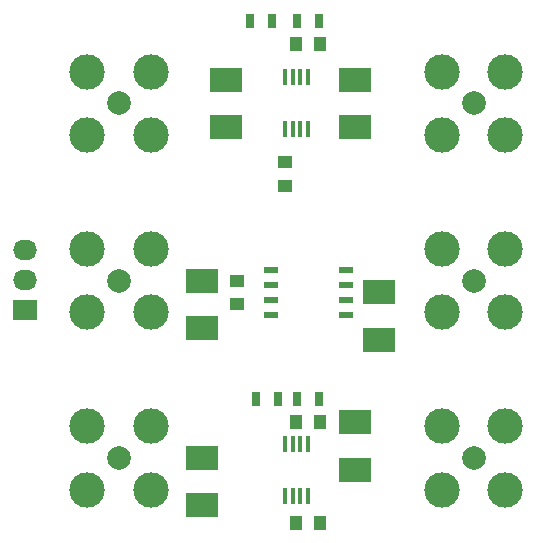
<source format=gts>
G04 #@! TF.FileFunction,Soldermask,Top*
%FSLAX46Y46*%
G04 Gerber Fmt 4.6, Leading zero omitted, Abs format (unit mm)*
G04 Created by KiCad (PCBNEW (2014-11-17 BZR 5289)-product) date Sat 29 Aug 2015 09:05:05 PM EDT*
%MOMM*%
G01*
G04 APERTURE LIST*
%ADD10C,0.100000*%
%ADD11R,2.794000X2.000000*%
%ADD12R,1.250000X1.000000*%
%ADD13R,1.000000X1.250000*%
%ADD14C,1.998980*%
%ADD15C,3.000000*%
%ADD16R,0.700000X1.300000*%
%ADD17R,0.450000X1.450000*%
%ADD18R,1.143000X0.508000*%
%ADD19R,2.032000X1.727200*%
%ADD20O,2.032000X1.727200*%
G04 APERTURE END LIST*
D10*
D11*
X162000000Y-91000000D03*
X162000000Y-87000000D03*
X160000000Y-119000000D03*
X160000000Y-123000000D03*
X160000000Y-104000000D03*
X160000000Y-108000000D03*
D12*
X163000000Y-104000000D03*
X163000000Y-106000000D03*
D13*
X170000000Y-84000000D03*
X168000000Y-84000000D03*
D12*
X167000000Y-94000000D03*
X167000000Y-96000000D03*
D11*
X175000000Y-105000000D03*
X175000000Y-109000000D03*
D13*
X168000000Y-124500000D03*
X170000000Y-124500000D03*
X170000000Y-116000000D03*
X168000000Y-116000000D03*
D11*
X173000000Y-87000000D03*
X173000000Y-91000000D03*
X173000000Y-116000000D03*
X173000000Y-120000000D03*
D14*
X153000000Y-119000000D03*
D15*
X150299980Y-116299980D03*
X150299980Y-121700020D03*
X155700020Y-121700020D03*
X155700020Y-116299980D03*
D14*
X153000000Y-89000000D03*
D15*
X150299980Y-86299980D03*
X150299980Y-91700020D03*
X155700020Y-91700020D03*
X155700020Y-86299980D03*
D14*
X153000000Y-104000000D03*
D15*
X150299980Y-101299980D03*
X150299980Y-106700020D03*
X155700020Y-106700020D03*
X155700020Y-101299980D03*
D14*
X183000000Y-89000000D03*
D15*
X185700020Y-91700020D03*
X185700020Y-86299980D03*
X180299980Y-86299980D03*
X180299980Y-91700020D03*
D14*
X183000000Y-119000000D03*
D15*
X185700020Y-121700020D03*
X185700020Y-116299980D03*
X180299980Y-116299980D03*
X180299980Y-121700020D03*
D14*
X183000000Y-104000000D03*
D15*
X185700020Y-106700020D03*
X185700020Y-101299980D03*
X180299980Y-101299980D03*
X180299980Y-106700020D03*
D16*
X169950000Y-82000000D03*
X168050000Y-82000000D03*
X165950000Y-82000000D03*
X164050000Y-82000000D03*
X169950000Y-114000000D03*
X168050000Y-114000000D03*
X166450000Y-114000000D03*
X164550000Y-114000000D03*
D17*
X168975000Y-86800000D03*
X168325000Y-86800000D03*
X167675000Y-86800000D03*
X167025000Y-86800000D03*
X167025000Y-91200000D03*
X167675000Y-91200000D03*
X168325000Y-91200000D03*
X168975000Y-91200000D03*
X168975000Y-117800000D03*
X168325000Y-117800000D03*
X167675000Y-117800000D03*
X167025000Y-117800000D03*
X167025000Y-122200000D03*
X167675000Y-122200000D03*
X168325000Y-122200000D03*
X168975000Y-122200000D03*
D18*
X172175000Y-103095000D03*
X172175000Y-104365000D03*
X172175000Y-105635000D03*
X172175000Y-106905000D03*
X165825000Y-106905000D03*
X165825000Y-105635000D03*
X165825000Y-104365000D03*
X165825000Y-103095000D03*
D19*
X145000000Y-106500000D03*
D20*
X145000000Y-103960000D03*
X145000000Y-101420000D03*
M02*

</source>
